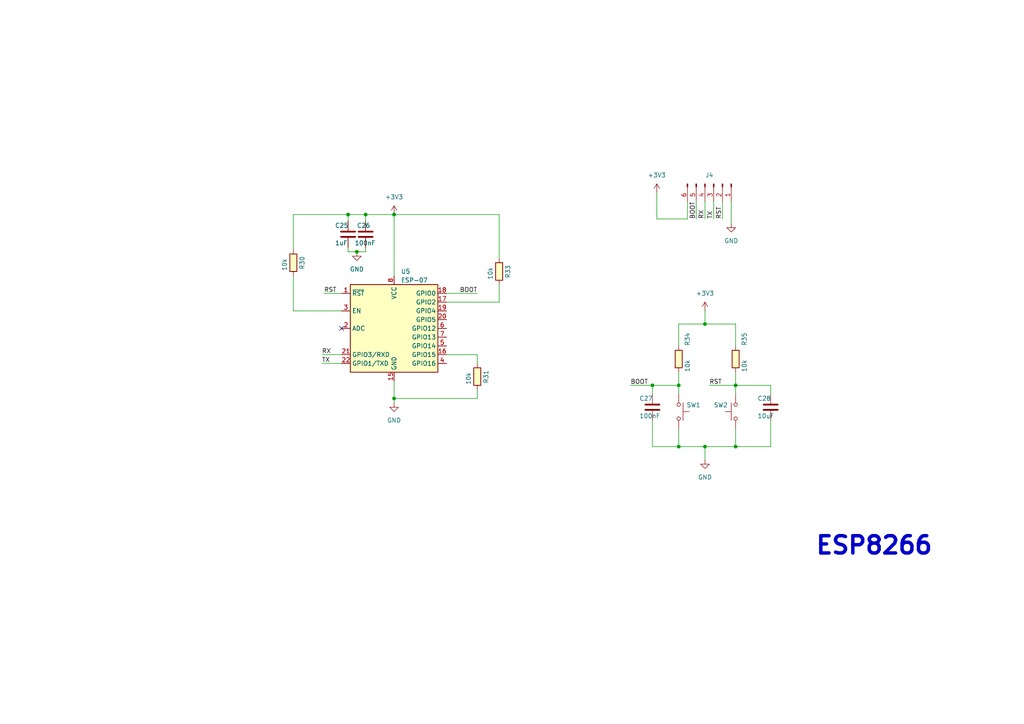
<source format=kicad_sch>
(kicad_sch (version 20231120) (generator "eeschema") (generator_version "8.0")
  (paper "A4")
  (lib_symbols
    (symbol "+3V3_1" (power) (pin_names (offset 0))
      (property "Value" "+3V3_1" (at 0 3.556 0))
      (symbol "+3V3_1_0_1"
        (polyline (pts (xy -0.762 1.27) (xy 0 2.54)))
        (polyline (pts (xy 0 0) (xy 0 2.54)))
        (polyline (pts (xy 0 2.54) (xy 0.762 1.27)))
      )
      (symbol "+3V3_1_1_1"
        (pin power_in line (at 0 0 90) (length 0) hide (name "+3V3") (number "1"))
      )
    )
    (symbol "+3V3_2" (power) (pin_names (offset 0))
      (property "Value" "+3V3_2" (at 0 3.556 0))
      (symbol "+3V3_2_0_1"
        (polyline (pts (xy -0.762 1.27) (xy 0 2.54)))
        (polyline (pts (xy 0 0) (xy 0 2.54)))
        (polyline (pts (xy 0 2.54) (xy 0.762 1.27)))
      )
      (symbol "+3V3_2_1_1"
        (pin power_in line (at 0 0 90) (length 0) hide (name "+3V3") (number "1"))
      )
    )
    (symbol "GND_1" (power) (pin_names (offset 0))
      (property "Value" "GND_1" (at 0 -3.81 0))
      (symbol "GND_1_0_1"
        (polyline (pts (xy 0 0) (xy 0 -1.27) (xy 1.27 -1.27) (xy 0 -2.54) (xy -1.27 -1.27) (xy 0 -1.27)))
      )
      (symbol "GND_1_1_1"
        (pin power_in line (at 0 0 270) (length 0) hide (name "GND") (number "1"))
      )
    )
    (symbol "GND_2" (power) (pin_names (offset 0))
      (property "Value" "GND_2" (at 0 -3.81 0))
      (symbol "GND_2_0_1"
        (polyline (pts (xy 0 0) (xy 0 -1.27) (xy 1.27 -1.27) (xy 0 -2.54) (xy -1.27 -1.27) (xy 0 -1.27)))
      )
      (symbol "GND_2_1_1"
        (pin power_in line (at 0 0 270) (length 0) hide (name "GND") (number "1"))
      )
    )
    (symbol "GND_3" (power) (pin_names (offset 0))
      (property "Value" "GND_3" (at 0 -3.81 0))
      (symbol "GND_3_0_1"
        (polyline (pts (xy 0 0) (xy 0 -1.27) (xy 1.27 -1.27) (xy 0 -2.54) (xy -1.27 -1.27) (xy 0 -1.27)))
      )
      (symbol "GND_3_1_1"
        (pin power_in line (at 0 0 270) (length 0) hide (name "GND") (number "1"))
      )
    )
    (symbol "TrainSymbol:+3V3" (power) (pin_names (offset 0))
      (property "Value" "+3V3" (at 0 3.556 0))
      (symbol "+3V3_0_1"
        (polyline (pts (xy -0.762 1.27) (xy 0 2.54)))
        (polyline (pts (xy 0 0) (xy 0 2.54)))
        (polyline (pts (xy 0 2.54) (xy 0.762 1.27)))
      )
      (symbol "+3V3_1_1"
        (pin power_in line (at 0 0 90) (length 0) hide (name "+3V3") (number "1"))
      )
    )
    (symbol "TrainSymbol:C" (pin_numbers hide) (pin_names (offset 0.254))
      (property "Reference" "C" (at 0.635 2.54 0))
      (property "Value" "C" (at 0.635 -2.54 0))
      (symbol "C_0_1"
        (polyline (pts (xy -2.032 -0.762) (xy 2.032 -0.762)) (stroke (width 0.508)))
        (polyline (pts (xy -2.032 0.762) (xy 2.032 0.762)) (stroke (width 0.508)))
      )
      (symbol "C_1_1"
        (pin passive line (at 0 3.81 270) (length 2.794) (name "~") (number "1"))
        (pin passive line (at 0 -3.81 90) (length 2.794) (name "~") (number "2"))
      )
    )
    (symbol "TrainSymbol:Conn_01x06_Male" (pin_names (offset 1.016) hide)
      (property "Reference" "J" (at 0 7.62 0))
      (property "Value" "Conn_01x06_Male" (at 0 -10.16 0))
      (symbol "Conn_01x06_Male_1_1"
        (polyline (pts (xy 1.27 -7.62) (xy 0.8636 -7.62)) (stroke (width 0.1524)))
        (polyline (pts (xy 1.27 -5.08) (xy 0.8636 -5.08)) (stroke (width 0.1524)))
        (polyline (pts (xy 1.27 -2.54) (xy 0.8636 -2.54)) (stroke (width 0.1524)))
        (polyline (pts (xy 1.27 0) (xy 0.8636 0)) (stroke (width 0.1524)))
        (polyline (pts (xy 1.27 2.54) (xy 0.8636 2.54)) (stroke (width 0.1524)))
        (polyline (pts (xy 1.27 5.08) (xy 0.8636 5.08)) (stroke (width 0.1524)))
        (rectangle (start 0.8636 -7.493) (end 0 -7.747) (stroke (width 0.1524)) (fill (type outline)))
        (rectangle (start 0.8636 -4.953) (end 0 -5.207) (stroke (width 0.1524)) (fill (type outline)))
        (rectangle (start 0.8636 -2.413) (end 0 -2.667) (stroke (width 0.1524)) (fill (type outline)))
        (rectangle (start 0.8636 0.127) (end 0 -0.127) (stroke (width 0.1524)) (fill (type outline)))
        (rectangle (start 0.8636 2.667) (end 0 2.413) (stroke (width 0.1524)) (fill (type outline)))
        (rectangle (start 0.8636 5.207) (end 0 4.953) (stroke (width 0.1524)) (fill (type outline)))
        (pin passive line (at 5.08 5.08 180) (length 3.81) (name "Pin_1") (number "1"))
        (pin passive line (at 5.08 2.54 180) (length 3.81) (name "Pin_2") (number "2"))
        (pin passive line (at 5.08 0 180) (length 3.81) (name "Pin_3") (number "3"))
        (pin passive line (at 5.08 -2.54 180) (length 3.81) (name "Pin_4") (number "4"))
        (pin passive line (at 5.08 -5.08 180) (length 3.81) (name "Pin_5") (number "5"))
        (pin passive line (at 5.08 -7.62 180) (length 3.81) (name "Pin_6") (number "6"))
      )
    )
    (symbol "TrainSymbol:ESP-07"
      (property "Reference" "U" (at 0 2.54 0))
      (property "Value" "ESP-07" (at 0 0 0))
      (symbol "ESP-07_0_1"
        (rectangle (start -12.7 12.7) (end 12.7 -12.7) (stroke (width 0.254)) (fill (type background)))
      )
      (symbol "ESP-07_1_1"
        (pin input line (at -15.24 10.16 0) (length 2.54) (name "~{RST}") (number "1"))
        (pin power_in line (at 0 -15.24 90) (length 2.54) (name "GND") (number "15"))
        (pin bidirectional line (at 15.24 -7.62 180) (length 2.54) (name "GPIO15") (number "16"))
        (pin bidirectional line (at 15.24 7.62 180) (length 2.54) (name "GPIO2") (number "17"))
        (pin bidirectional line (at 15.24 10.16 180) (length 2.54) (name "GPIO0") (number "18"))
        (pin bidirectional line (at 15.24 5.08 180) (length 2.54) (name "GPIO4") (number "19"))
        (pin input line (at -15.24 0 0) (length 2.54) (name "ADC") (number "2"))
        (pin bidirectional line (at 15.24 2.54 180) (length 2.54) (name "GPIO5") (number "20"))
        (pin bidirectional line (at -15.24 -7.62 0) (length 2.54) (name "GPIO3/RXD") (number "21"))
        (pin bidirectional line (at -15.24 -10.16 0) (length 2.54) (name "GPIO1/TXD") (number "22"))
        (pin input line (at -15.24 5.08 0) (length 2.54) (name "EN") (number "3"))
        (pin bidirectional line (at 15.24 -10.16 180) (length 2.54) (name "GPIO16") (number "4"))
        (pin bidirectional line (at 15.24 -5.08 180) (length 2.54) (name "GPIO14") (number "5"))
        (pin bidirectional line (at 15.24 0 180) (length 2.54) (name "GPIO12") (number "6"))
        (pin bidirectional line (at 15.24 -2.54 180) (length 2.54) (name "GPIO13") (number "7"))
        (pin power_in line (at 0 15.24 270) (length 2.54) (name "VCC") (number "8"))
      )
    )
    (symbol "TrainSymbol:GND" (power) (pin_names (offset 0))
      (property "Value" "GND" (at 0 -3.81 0))
      (symbol "GND_0_1"
        (polyline (pts (xy 0 0) (xy 0 -1.27) (xy 1.27 -1.27) (xy 0 -2.54) (xy -1.27 -1.27) (xy 0 -1.27)))
      )
      (symbol "GND_1_1"
        (pin power_in line (at 0 0 270) (length 0) hide (name "GND") (number "1"))
      )
    )
    (symbol "TrainSymbol:R" (pin_numbers hide) (pin_names (offset 0))
      (property "Reference" "R" (at 2.032 0 90))
      (property "Value" "R" (at 0 0 90))
      (symbol "R_1_1"
        (rectangle (start -1.016 2.54) (end 1.016 -2.54) (stroke (width 0.254)) (fill (type background)))
        (pin passive line (at 0 3.81 270) (length 1.27) (name "~") (number "1"))
        (pin passive line (at 0 -3.81 90) (length 1.27) (name "~") (number "2"))
      )
    )
    (symbol "TrainSymbol:SW_Push" (pin_numbers hide) (pin_names (offset 1.016) hide)
      (property "Reference" "SW" (at 1.27 2.54 0))
      (property "Value" "SW_Push" (at 0 -1.524 0))
      (symbol "SW_Push_0_1"
        (circle (center -2.032 0) (radius 0.508))
        (polyline (pts (xy 0 1.27) (xy 0 3.048)))
        (polyline (pts (xy 2.54 1.27) (xy -2.54 1.27)))
        (circle (center 2.032 0) (radius 0.508))
        (pin passive line (at -5.08 0 0) (length 2.54) (name "1") (number "1"))
        (pin passive line (at 5.08 0 180) (length 2.54) (name "2") (number "2"))
      )
    )
  )
  (junction (at 114.3 62.23))
  (junction (at 213.36 111.76))
  (junction (at 103.505 73.025))
  (junction (at 114.3 115.57))
  (junction (at 100.965 62.23))
  (junction (at 213.36 129.54))
  (junction (at 204.47 93.98))
  (junction (at 196.85 129.54))
  (junction (at 106.045 62.23))
  (junction (at 204.47 129.54))
  (junction (at 189.23 111.76))
  (junction (at 196.85 111.76))
  (no_connect (at 99.06 95.25))
  (wire (pts (xy 85.09 80.01) (xy 85.09 90.17)))
  (wire (pts (xy 93.345 105.41) (xy 99.06 105.41)))
  (wire (pts (xy 196.85 111.76) (xy 196.85 114.3)))
  (wire (pts (xy 213.36 124.46) (xy 213.36 129.54)))
  (wire (pts (xy 189.23 111.76) (xy 196.85 111.76)))
  (wire (pts (xy 196.85 107.95) (xy 196.85 111.76)))
  (wire (pts (xy 100.965 62.23) (xy 106.045 62.23)))
  (wire (pts (xy 204.47 90.17) (xy 204.47 93.98)))
  (wire (pts (xy 85.09 90.17) (xy 99.06 90.17)))
  (wire (pts (xy 223.52 121.92) (xy 223.52 129.54)))
  (wire (pts (xy 189.23 121.92) (xy 189.23 129.54)))
  (wire (pts (xy 100.965 71.755) (xy 100.965 73.025)))
  (wire (pts (xy 114.3 115.57) (xy 114.3 116.84)))
  (wire (pts (xy 204.47 93.98) (xy 196.85 93.98)))
  (wire (pts (xy 144.78 74.93) (xy 144.78 62.23)))
  (wire (pts (xy 138.43 115.57) (xy 114.3 115.57)))
  (wire (pts (xy 196.85 129.54) (xy 204.47 129.54)))
  (wire (pts (xy 144.78 82.55) (xy 144.78 87.63)))
  (wire (pts (xy 207.01 58.42) (xy 207.01 63.5)))
  (wire (pts (xy 213.36 93.98) (xy 204.47 93.98)))
  (wire (pts (xy 114.3 110.49) (xy 114.3 115.57)))
  (wire (pts (xy 138.43 102.87) (xy 138.43 105.41)))
  (wire (pts (xy 201.93 58.42) (xy 201.93 63.5)))
  (wire (pts (xy 144.78 87.63) (xy 129.54 87.63)))
  (wire (pts (xy 213.36 111.76) (xy 213.36 114.3)))
  (wire (pts (xy 213.36 129.54) (xy 223.52 129.54)))
  (wire (pts (xy 196.85 124.46) (xy 196.85 129.54)))
  (wire (pts (xy 106.045 71.755) (xy 106.045 73.025)))
  (wire (pts (xy 213.36 100.33) (xy 213.36 93.98)))
  (wire (pts (xy 209.55 58.42) (xy 209.55 63.5)))
  (wire (pts (xy 204.47 129.54) (xy 213.36 129.54)))
  (wire (pts (xy 190.5 63.5) (xy 199.39 63.5)))
  (wire (pts (xy 213.36 107.95) (xy 213.36 111.76)))
  (wire (pts (xy 223.52 111.76) (xy 213.36 111.76)))
  (wire (pts (xy 212.09 58.42) (xy 212.09 64.77)))
  (wire (pts (xy 204.47 129.54) (xy 204.47 133.35)))
  (wire (pts (xy 199.39 58.42) (xy 199.39 63.5)))
  (wire (pts (xy 138.43 85.09) (xy 129.54 85.09)))
  (wire (pts (xy 190.5 55.88) (xy 190.5 63.5)))
  (wire (pts (xy 103.505 73.025) (xy 106.045 73.025)))
  (wire (pts (xy 196.85 100.33) (xy 196.85 93.98)))
  (wire (pts (xy 85.09 72.39) (xy 85.09 62.23)))
  (wire (pts (xy 93.345 102.87) (xy 99.06 102.87)))
  (wire (pts (xy 138.43 113.03) (xy 138.43 115.57)))
  (wire (pts (xy 205.74 111.76) (xy 213.36 111.76)))
  (wire (pts (xy 144.78 62.23) (xy 114.3 62.23)))
  (wire (pts (xy 204.47 58.42) (xy 204.47 63.5)))
  (wire (pts (xy 129.54 102.87) (xy 138.43 102.87)))
  (wire (pts (xy 93.98 85.09) (xy 99.06 85.09)))
  (wire (pts (xy 100.965 64.135) (xy 100.965 62.23)))
  (wire (pts (xy 85.09 62.23) (xy 100.965 62.23)))
  (wire (pts (xy 114.3 62.23) (xy 114.3 80.01)))
  (wire (pts (xy 223.52 114.3) (xy 223.52 111.76)))
  (wire (pts (xy 106.045 62.23) (xy 106.045 64.135)))
  (wire (pts (xy 106.045 62.23) (xy 114.3 62.23)))
  (wire (pts (xy 189.23 129.54) (xy 196.85 129.54)))
  (wire (pts (xy 182.88 111.76) (xy 189.23 111.76)))
  (wire (pts (xy 100.965 73.025) (xy 103.505 73.025)))
  (wire (pts (xy 189.23 111.76) (xy 189.23 114.3)))
  (text "ESP8266" (at 236.22 161.29 0) (effects (font (size 5 5) (thickness 1) (bold yes)) (justify left bottom)))
  (label "RX" (at 93.345 102.87 0))
  (label "BOOT" (at 182.88 111.76 0))
  (label "RX" (at 204.47 63.5 90))
  (label "RST" (at 93.98 85.09 0))
  (label "BOOT" (at 138.43 85.09 180))
  (label "TX" (at 207.01 63.5 90))
  (label "BOOT" (at 201.93 63.5 90))
  (label "TX" (at 93.345 105.41 0))
  (label "RST" (at 209.55 63.5 90))
  (label "RST" (at 205.74 111.76 0))
  (symbol (lib_id "TrainSymbol:SW_Push") (at 213.36 119.38 90) (unit 1)
    (property "Reference" "SW2" (at 207.01 117.475 90) (effects (justify right)))
    (property "Value" "SW_Push" (effects (hide yes)))
    (property "Footprint" "IVS_FOOTPRINTS:SW_SPST_PTS810" (effects (hide yes)))
  )
  (symbol (lib_id "TrainSymbol:GND") (at 103.505 73.025 0) (unit 1)
    (property "Reference" "#PWR049" (effects (hide yes)))
    (property "Value" "GND" (at 103.505 78.105 0))
  )
  (symbol (lib_name "GND_3") (lib_id "TrainSymbol:GND_3") (at 114.3 116.84 0) (unit 1)
    (property "Reference" "#PWR051" (effects (hide yes)))
    (property "Value" "GND" (at 114.3 121.92 0))
  )
  (symbol (lib_id "TrainSymbol:+3V3") (at 114.3 62.23 0) (unit 1)
    (property "Reference" "#PWR050" (effects (hide yes)))
    (property "Value" "+3V3" (at 114.3 57.15 0))
  )
  (symbol (lib_id "TrainSymbol:R") (at 144.78 78.74 0) (mirror x) (unit 1)
    (property "Reference" "R33" (at 147.32 76.835 90) (effects (justify left)))
    (property "Value" "10k" (at 142.24 77.47 90) (effects (justify left)))
    (property "Footprint" "IVS_FOOTPRINTS:R_0603" (effects (hide yes)))
  )
  (symbol (lib_id "TrainSymbol:C") (at 106.045 67.945 0) (unit 1)
    (property "Reference" "C26" (at 103.505 65.405 0) (effects (justify left)))
    (property "Value" "100nF" (at 102.87 70.485 0) (effects (justify left)))
    (property "Footprint" "IVS_FOOTPRINTS:C_0603" (effects (hide yes)))
  )
  (symbol (lib_id "TrainSymbol:C") (at 100.965 67.945 0) (unit 1)
    (property "Reference" "C25" (at 97.155 65.405 0) (effects (justify left)))
    (property "Value" "1uF" (at 97.155 70.485 0) (effects (justify left)))
    (property "Footprint" "IVS_FOOTPRINTS:C_0603" (effects (hide yes)))
  )
  (symbol (lib_id "TrainSymbol:C") (at 189.23 118.11 0) (unit 1)
    (property "Reference" "C27" (at 185.42 115.57 0) (effects (justify left)))
    (property "Value" "100nF" (at 185.42 120.65 0) (effects (justify left)))
    (property "Footprint" "IVS_FOOTPRINTS:C_0603" (effects (hide yes)))
  )
  (symbol (lib_id "TrainSymbol:R") (at 85.09 76.2 0) (mirror x) (unit 1)
    (property "Reference" "R30" (at 87.63 74.295 90) (effects (justify left)))
    (property "Value" "10k" (at 82.55 74.93 90) (effects (justify left)))
    (property "Footprint" "IVS_FOOTPRINTS:R_0603" (effects (hide yes)))
  )
  (symbol (lib_id "TrainSymbol:R") (at 196.85 104.14 0) (unit 1)
    (property "Reference" "R34" (at 199.39 100.33 90) (effects (justify left)))
    (property "Value" "10k" (at 199.39 107.95 90) (effects (justify left)))
    (property "Footprint" "IVS_FOOTPRINTS:R_0603" (effects (hide yes)))
  )
  (symbol (lib_id "TrainSymbol:SW_Push") (at 196.85 119.38 270) (mirror x) (unit 1)
    (property "Reference" "SW1" (at 203.2 117.475 90) (effects (justify right)))
    (property "Value" "SW_Push" (effects (hide yes)))
    (property "Footprint" "IVS_FOOTPRINTS:SW_SPST_PTS810" (effects (hide yes)))
  )
  (symbol (lib_id "TrainSymbol:R") (at 213.36 104.14 0) (unit 1)
    (property "Reference" "R35" (at 215.9 100.33 90) (effects (justify left)))
    (property "Value" "10k" (at 215.9 107.95 90) (effects (justify left)))
    (property "Footprint" "IVS_FOOTPRINTS:R_0603" (effects (hide yes)))
  )
  (symbol (lib_id "TrainSymbol:Conn_01x06_Male") (at 207.01 53.34 270) (unit 1)
    (property "Reference" "J4" (at 205.74 50.8 90))
    (property "Footprint" "Connector_PinHeader_2.54mm:PinHeader_1x06_P2.54mm_Vertical" (effects (hide yes)))
  )
  (symbol (lib_name "GND_2") (lib_id "TrainSymbol:GND_2") (at 212.09 64.77 0) (unit 1)
    (property "Reference" "#PWR055" (effects (hide yes)))
    (property "Value" "GND" (at 212.09 69.85 0))
  )
  (symbol (lib_id "TrainSymbol:ESP-07") (at 114.3 95.25 0) (unit 1)
    (property "Reference" "U5" (at 116.2559 78.74 0) (effects (justify left)))
    (property "Value" "ESP-07" (at 116.2559 81.28 0) (effects (justify left)))
    (property "Footprint" "IVS_FOOTPRINTS:ESP8266-07__ESP32-C3-12F" (effects (hide yes)))
    (property "Datasheet" "https://datasheetspdf.com/pdf/1418335/AI-Thinker/ESP-07/1" (effects (hide yes)))
  )
  (symbol (lib_name "+3V3_1") (lib_id "TrainSymbol:+3V3_1") (at 204.47 90.17 0) (unit 1)
    (property "Reference" "#PWR053" (effects (hide yes)))
    (property "Value" "+3V3" (at 204.47 85.09 0))
  )
  (symbol (lib_name "+3V3_2") (lib_id "TrainSymbol:+3V3_2") (at 190.5 55.88 0) (unit 1)
    (property "Reference" "#PWR052" (effects (hide yes)))
    (property "Value" "+3V3" (at 190.5 50.8 0))
  )
  (symbol (lib_id "TrainSymbol:C") (at 223.52 118.11 0) (unit 1)
    (property "Reference" "C28" (at 219.71 115.57 0) (effects (justify left)))
    (property "Value" "10uF" (at 219.71 120.65 0) (effects (justify left)))
    (property "Footprint" "IVS_FOOTPRINTS:C_0603" (effects (hide yes)))
  )
  (symbol (lib_id "TrainSymbol:R") (at 138.43 109.22 0) (mirror x) (unit 1)
    (property "Reference" "R31" (at 140.97 107.315 90) (effects (justify left)))
    (property "Value" "10k" (at 135.89 107.95 90) (effects (justify left)))
    (property "Footprint" "IVS_FOOTPRINTS:R_0603" (effects (hide yes)))
  )
  (symbol (lib_name "GND_1") (lib_id "TrainSymbol:GND_1") (at 204.47 133.35 0) (unit 1)
    (property "Reference" "#PWR054" (effects (hide yes)))
    (property "Value" "GND" (at 204.47 138.43 0))
  )
)
</source>
